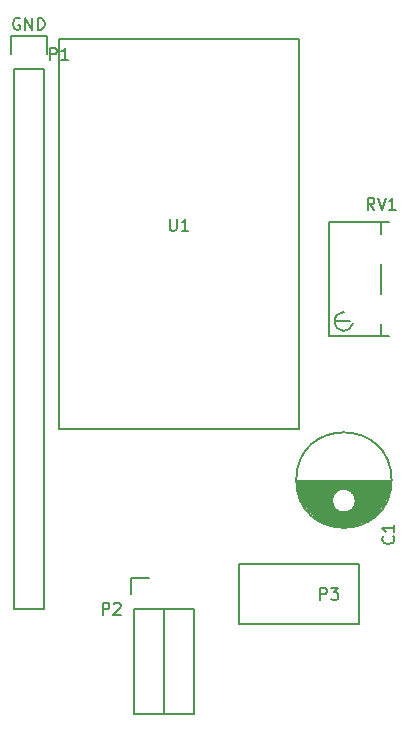
<source format=gto>
G04 #@! TF.FileFunction,Legend,Top*
%FSLAX46Y46*%
G04 Gerber Fmt 4.6, Leading zero omitted, Abs format (unit mm)*
G04 Created by KiCad (PCBNEW 4.0.4+e1-6308~48~ubuntu16.04.1-stable) date Fri Nov  4 19:32:53 2016*
%MOMM*%
%LPD*%
G01*
G04 APERTURE LIST*
%ADD10C,0.100000*%
%ADD11C,0.150000*%
G04 APERTURE END LIST*
D10*
D11*
X73660000Y-110430000D02*
X73660000Y-101600000D01*
X71120000Y-110430000D02*
X73660000Y-110430000D01*
X71120000Y-101600000D02*
X71120000Y-110430000D01*
X71120000Y-101600000D02*
X73660000Y-101600000D01*
X68580000Y-101600000D02*
X71120000Y-101600000D01*
X69850000Y-98930000D02*
X68300000Y-98930000D01*
X68300000Y-98930000D02*
X68300000Y-100330000D01*
X68580000Y-101600000D02*
X68580000Y-110430000D01*
X68580000Y-110430000D02*
X71120000Y-110430000D01*
X71120000Y-110430000D02*
X71120000Y-101600000D01*
X89535000Y-77470000D02*
X89535000Y-78486000D01*
X89535000Y-72390000D02*
X89535000Y-74930000D01*
X89535000Y-68834000D02*
X89535000Y-69850000D01*
X85598000Y-77216000D02*
X86868000Y-77216000D01*
X86347300Y-76428600D02*
X86093300Y-76466700D01*
X86093300Y-76466700D02*
X85813900Y-76644500D01*
X85813900Y-76644500D02*
X85598000Y-76962000D01*
X85598000Y-76962000D02*
X85585300Y-77406500D01*
X85585300Y-77406500D02*
X85788500Y-77762100D01*
X85788500Y-77762100D02*
X86080600Y-77939900D01*
X86080600Y-77939900D02*
X86398100Y-77990700D01*
X86398100Y-77990700D02*
X86804500Y-77889100D01*
X86804500Y-77889100D02*
X87058500Y-77546200D01*
X87058500Y-77546200D02*
X87147400Y-77368400D01*
X86360000Y-78486000D02*
X85090000Y-78486000D01*
X85090000Y-78486000D02*
X85090000Y-68834000D01*
X85090000Y-68834000D02*
X90170000Y-68834000D01*
X90170000Y-78486000D02*
X87630000Y-78486000D01*
X87630000Y-78486000D02*
X86360000Y-78486000D01*
X58420000Y-55880000D02*
X58420000Y-101600000D01*
X58420000Y-101600000D02*
X60960000Y-101600000D01*
X60960000Y-101600000D02*
X60960000Y-55880000D01*
X58140000Y-53060000D02*
X58140000Y-54610000D01*
X58420000Y-55880000D02*
X60960000Y-55880000D01*
X61240000Y-54610000D02*
X61240000Y-53060000D01*
X61240000Y-53060000D02*
X58140000Y-53060000D01*
X77470000Y-97790000D02*
X87630000Y-97790000D01*
X87630000Y-97790000D02*
X87630000Y-102870000D01*
X87630000Y-102870000D02*
X77470000Y-102870000D01*
X77470000Y-102870000D02*
X77470000Y-97790000D01*
X62230000Y-53340000D02*
X82550000Y-53340000D01*
X82550000Y-53340000D02*
X82550000Y-86360000D01*
X82550000Y-86360000D02*
X62230000Y-86360000D01*
X62230000Y-86360000D02*
X62230000Y-53340000D01*
X90359000Y-90725000D02*
X82361000Y-90725000D01*
X90354000Y-90865000D02*
X82366000Y-90865000D01*
X90344000Y-91005000D02*
X82376000Y-91005000D01*
X90329000Y-91145000D02*
X82391000Y-91145000D01*
X90309000Y-91285000D02*
X82411000Y-91285000D01*
X90284000Y-91425000D02*
X86582000Y-91425000D01*
X86138000Y-91425000D02*
X82436000Y-91425000D01*
X90254000Y-91565000D02*
X86910000Y-91565000D01*
X85810000Y-91565000D02*
X82466000Y-91565000D01*
X90218000Y-91705000D02*
X87079000Y-91705000D01*
X85641000Y-91705000D02*
X82502000Y-91705000D01*
X90177000Y-91845000D02*
X87192000Y-91845000D01*
X85528000Y-91845000D02*
X82543000Y-91845000D01*
X90131000Y-91985000D02*
X87270000Y-91985000D01*
X85450000Y-91985000D02*
X82589000Y-91985000D01*
X90078000Y-92125000D02*
X87321000Y-92125000D01*
X85399000Y-92125000D02*
X82642000Y-92125000D01*
X90019000Y-92265000D02*
X87351000Y-92265000D01*
X85369000Y-92265000D02*
X82701000Y-92265000D01*
X89954000Y-92405000D02*
X87360000Y-92405000D01*
X85360000Y-92405000D02*
X82766000Y-92405000D01*
X89883000Y-92545000D02*
X87349000Y-92545000D01*
X85371000Y-92545000D02*
X82837000Y-92545000D01*
X89804000Y-92685000D02*
X87319000Y-92685000D01*
X85401000Y-92685000D02*
X82916000Y-92685000D01*
X89717000Y-92825000D02*
X87265000Y-92825000D01*
X85455000Y-92825000D02*
X83003000Y-92825000D01*
X89622000Y-92965000D02*
X87185000Y-92965000D01*
X85535000Y-92965000D02*
X83098000Y-92965000D01*
X89518000Y-93105000D02*
X87069000Y-93105000D01*
X85651000Y-93105000D02*
X83202000Y-93105000D01*
X89404000Y-93245000D02*
X86895000Y-93245000D01*
X85825000Y-93245000D02*
X83316000Y-93245000D01*
X89279000Y-93385000D02*
X86533000Y-93385000D01*
X86187000Y-93385000D02*
X83441000Y-93385000D01*
X89141000Y-93525000D02*
X83579000Y-93525000D01*
X88989000Y-93665000D02*
X83731000Y-93665000D01*
X88819000Y-93805000D02*
X83901000Y-93805000D01*
X88628000Y-93945000D02*
X84092000Y-93945000D01*
X88410000Y-94085000D02*
X84310000Y-94085000D01*
X88154000Y-94225000D02*
X84566000Y-94225000D01*
X87843000Y-94365000D02*
X84877000Y-94365000D01*
X87427000Y-94505000D02*
X85293000Y-94505000D01*
X86560000Y-94645000D02*
X86160000Y-94645000D01*
X87360000Y-92400000D02*
G75*
G03X87360000Y-92400000I-1000000J0D01*
G01*
X90397500Y-90650000D02*
G75*
G03X90397500Y-90650000I-4037500J0D01*
G01*
X65936905Y-102052381D02*
X65936905Y-101052381D01*
X66317858Y-101052381D01*
X66413096Y-101100000D01*
X66460715Y-101147619D01*
X66508334Y-101242857D01*
X66508334Y-101385714D01*
X66460715Y-101480952D01*
X66413096Y-101528571D01*
X66317858Y-101576190D01*
X65936905Y-101576190D01*
X66889286Y-101147619D02*
X66936905Y-101100000D01*
X67032143Y-101052381D01*
X67270239Y-101052381D01*
X67365477Y-101100000D01*
X67413096Y-101147619D01*
X67460715Y-101242857D01*
X67460715Y-101338095D01*
X67413096Y-101480952D01*
X66841667Y-102052381D01*
X67460715Y-102052381D01*
X88939762Y-67762381D02*
X88606428Y-67286190D01*
X88368333Y-67762381D02*
X88368333Y-66762381D01*
X88749286Y-66762381D01*
X88844524Y-66810000D01*
X88892143Y-66857619D01*
X88939762Y-66952857D01*
X88939762Y-67095714D01*
X88892143Y-67190952D01*
X88844524Y-67238571D01*
X88749286Y-67286190D01*
X88368333Y-67286190D01*
X89225476Y-66762381D02*
X89558809Y-67762381D01*
X89892143Y-66762381D01*
X90749286Y-67762381D02*
X90177857Y-67762381D01*
X90463571Y-67762381D02*
X90463571Y-66762381D01*
X90368333Y-66905238D01*
X90273095Y-67000476D01*
X90177857Y-67048095D01*
X61491905Y-55062381D02*
X61491905Y-54062381D01*
X61872858Y-54062381D01*
X61968096Y-54110000D01*
X62015715Y-54157619D01*
X62063334Y-54252857D01*
X62063334Y-54395714D01*
X62015715Y-54490952D01*
X61968096Y-54538571D01*
X61872858Y-54586190D01*
X61491905Y-54586190D01*
X63015715Y-55062381D02*
X62444286Y-55062381D01*
X62730000Y-55062381D02*
X62730000Y-54062381D01*
X62634762Y-54205238D01*
X62539524Y-54300476D01*
X62444286Y-54348095D01*
X58928096Y-51570000D02*
X58832858Y-51522381D01*
X58690001Y-51522381D01*
X58547143Y-51570000D01*
X58451905Y-51665238D01*
X58404286Y-51760476D01*
X58356667Y-51950952D01*
X58356667Y-52093810D01*
X58404286Y-52284286D01*
X58451905Y-52379524D01*
X58547143Y-52474762D01*
X58690001Y-52522381D01*
X58785239Y-52522381D01*
X58928096Y-52474762D01*
X58975715Y-52427143D01*
X58975715Y-52093810D01*
X58785239Y-52093810D01*
X59404286Y-52522381D02*
X59404286Y-51522381D01*
X59975715Y-52522381D01*
X59975715Y-51522381D01*
X60451905Y-52522381D02*
X60451905Y-51522381D01*
X60690000Y-51522381D01*
X60832858Y-51570000D01*
X60928096Y-51665238D01*
X60975715Y-51760476D01*
X61023334Y-51950952D01*
X61023334Y-52093810D01*
X60975715Y-52284286D01*
X60928096Y-52379524D01*
X60832858Y-52474762D01*
X60690000Y-52522381D01*
X60451905Y-52522381D01*
X84351905Y-100782381D02*
X84351905Y-99782381D01*
X84732858Y-99782381D01*
X84828096Y-99830000D01*
X84875715Y-99877619D01*
X84923334Y-99972857D01*
X84923334Y-100115714D01*
X84875715Y-100210952D01*
X84828096Y-100258571D01*
X84732858Y-100306190D01*
X84351905Y-100306190D01*
X85256667Y-99782381D02*
X85875715Y-99782381D01*
X85542381Y-100163333D01*
X85685239Y-100163333D01*
X85780477Y-100210952D01*
X85828096Y-100258571D01*
X85875715Y-100353810D01*
X85875715Y-100591905D01*
X85828096Y-100687143D01*
X85780477Y-100734762D01*
X85685239Y-100782381D01*
X85399524Y-100782381D01*
X85304286Y-100734762D01*
X85256667Y-100687143D01*
X71628095Y-68532381D02*
X71628095Y-69341905D01*
X71675714Y-69437143D01*
X71723333Y-69484762D01*
X71818571Y-69532381D01*
X72009048Y-69532381D01*
X72104286Y-69484762D01*
X72151905Y-69437143D01*
X72199524Y-69341905D01*
X72199524Y-68532381D01*
X73199524Y-69532381D02*
X72628095Y-69532381D01*
X72913809Y-69532381D02*
X72913809Y-68532381D01*
X72818571Y-68675238D01*
X72723333Y-68770476D01*
X72628095Y-68818095D01*
X90527143Y-95416666D02*
X90574762Y-95464285D01*
X90622381Y-95607142D01*
X90622381Y-95702380D01*
X90574762Y-95845238D01*
X90479524Y-95940476D01*
X90384286Y-95988095D01*
X90193810Y-96035714D01*
X90050952Y-96035714D01*
X89860476Y-95988095D01*
X89765238Y-95940476D01*
X89670000Y-95845238D01*
X89622381Y-95702380D01*
X89622381Y-95607142D01*
X89670000Y-95464285D01*
X89717619Y-95416666D01*
X90622381Y-94464285D02*
X90622381Y-95035714D01*
X90622381Y-94750000D02*
X89622381Y-94750000D01*
X89765238Y-94845238D01*
X89860476Y-94940476D01*
X89908095Y-95035714D01*
M02*

</source>
